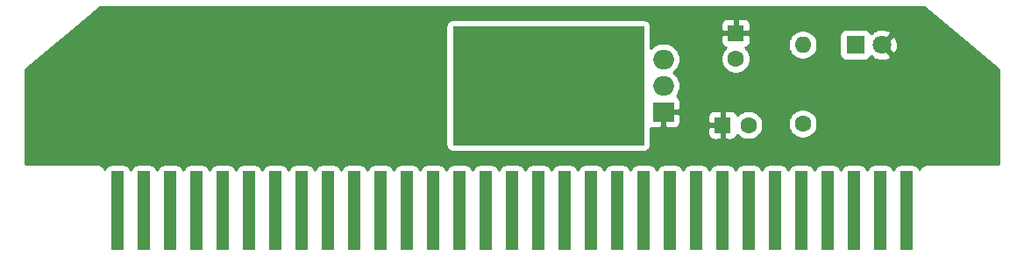
<source format=gbr>
%TF.GenerationSoftware,KiCad,Pcbnew,5.1.7*%
%TF.CreationDate,2020-11-23T18:03:56+01:00*%
%TF.ProjectId,voltage-blaster,766f6c74-6167-4652-9d62-6c6173746572,1.0*%
%TF.SameCoordinates,Original*%
%TF.FileFunction,Copper,L1,Top*%
%TF.FilePolarity,Positive*%
%FSLAX46Y46*%
G04 Gerber Fmt 4.6, Leading zero omitted, Abs format (unit mm)*
G04 Created by KiCad (PCBNEW 5.1.7) date 2020-11-23 18:03:56*
%MOMM*%
%LPD*%
G01*
G04 APERTURE LIST*
%TA.AperFunction,NonConductor*%
%ADD10C,0.100000*%
%TD*%
%TA.AperFunction,ConnectorPad*%
%ADD11R,1.270000X7.620000*%
%TD*%
%TA.AperFunction,ComponentPad*%
%ADD12O,2.000000X1.905000*%
%TD*%
%TA.AperFunction,ComponentPad*%
%ADD13R,2.000000X1.905000*%
%TD*%
%TA.AperFunction,ComponentPad*%
%ADD14C,1.600000*%
%TD*%
%TA.AperFunction,ComponentPad*%
%ADD15R,1.600000X1.600000*%
%TD*%
%TA.AperFunction,ComponentPad*%
%ADD16O,1.600000X1.600000*%
%TD*%
%TA.AperFunction,ComponentPad*%
%ADD17C,1.800000*%
%TD*%
%TA.AperFunction,ComponentPad*%
%ADD18R,1.800000X1.800000*%
%TD*%
%TA.AperFunction,Conductor*%
%ADD19C,0.254000*%
%TD*%
%TA.AperFunction,Conductor*%
%ADD20C,0.100000*%
%TD*%
G04 APERTURE END LIST*
D10*
G36*
X131445000Y-60960000D02*
G01*
X113030000Y-60960000D01*
X113030000Y-49530000D01*
X131445000Y-49530000D01*
X131445000Y-60960000D01*
G37*
X131445000Y-60960000D02*
X113030000Y-60960000D01*
X113030000Y-49530000D01*
X131445000Y-49530000D01*
X131445000Y-60960000D01*
D11*
%TO.P,J1,62*%
%TO.N,N/C*%
X80645000Y-67310000D03*
%TO.P,J1,61*%
X83185000Y-67310000D03*
%TO.P,J1,60*%
X85725000Y-67310000D03*
%TO.P,J1,59*%
X88265000Y-67310000D03*
%TO.P,J1,58*%
X90805000Y-67310000D03*
%TO.P,J1,57*%
X93345000Y-67310000D03*
%TO.P,J1,56*%
X95885000Y-67310000D03*
%TO.P,J1,55*%
X98425000Y-67310000D03*
%TO.P,J1,54*%
X100965000Y-67310000D03*
%TO.P,J1,53*%
X103505000Y-67310000D03*
%TO.P,J1,52*%
X106045000Y-67310000D03*
%TO.P,J1,51*%
X108585000Y-67310000D03*
%TO.P,J1,50*%
X111125000Y-67310000D03*
%TO.P,J1,49*%
X113665000Y-67310000D03*
%TO.P,J1,48*%
X116205000Y-67310000D03*
%TO.P,J1,47*%
X118745000Y-67310000D03*
%TO.P,J1,46*%
X121285000Y-67310000D03*
%TO.P,J1,45*%
X123825000Y-67310000D03*
%TO.P,J1,44*%
X126365000Y-67310000D03*
%TO.P,J1,43*%
X128905000Y-67310000D03*
%TO.P,J1,42*%
X131445000Y-67310000D03*
%TO.P,J1,41*%
X133985000Y-67310000D03*
%TO.P,J1,40*%
X136525000Y-67310000D03*
%TO.P,J1,39*%
X139065000Y-67310000D03*
%TO.P,J1,38*%
X141605000Y-67310000D03*
%TO.P,J1,37*%
X144145000Y-67310000D03*
%TO.P,J1,36*%
X146685000Y-67310000D03*
%TO.P,J1,35*%
X149225000Y-67310000D03*
%TO.P,J1,34*%
X151765000Y-67310000D03*
%TO.P,J1,33*%
X154305000Y-67310000D03*
%TO.P,J1,32*%
X156845000Y-67310000D03*
%TD*%
D12*
%TO.P,U1,3*%
%TO.N,Net-(C1-Pad2)*%
X133350000Y-52705000D03*
%TO.P,U1,2*%
%TO.N,Net-(C2-Pad2)*%
X133350000Y-55245000D03*
D13*
%TO.P,U1,1*%
%TO.N,GND*%
X133350000Y-57785000D03*
%TD*%
D14*
%TO.P,C2,2*%
%TO.N,Net-(C2-Pad2)*%
X141565000Y-59055000D03*
D15*
%TO.P,C2,1*%
%TO.N,GND*%
X139065000Y-59055000D03*
%TD*%
D14*
%TO.P,C1,2*%
%TO.N,Net-(C1-Pad2)*%
X140335000Y-52665000D03*
D15*
%TO.P,C1,1*%
%TO.N,GND*%
X140335000Y-50165000D03*
%TD*%
D16*
%TO.P,R1,2*%
%TO.N,Net-(D1-Pad1)*%
X146812000Y-51308000D03*
D14*
%TO.P,R1,1*%
%TO.N,Net-(C1-Pad2)*%
X146812000Y-58928000D03*
%TD*%
D17*
%TO.P,D1,2*%
%TO.N,GND*%
X154432000Y-51308000D03*
D18*
%TO.P,D1,1*%
%TO.N,Net-(D1-Pad1)*%
X151892000Y-51308000D03*
%TD*%
D19*
%TO.N,GND*%
X165710001Y-53649128D02*
X165710000Y-62840000D01*
X158782419Y-62840000D01*
X158750000Y-62836807D01*
X158717581Y-62840000D01*
X158620617Y-62849550D01*
X158496207Y-62887290D01*
X158381550Y-62948575D01*
X158281052Y-63031052D01*
X158198575Y-63131550D01*
X158137290Y-63246207D01*
X158101938Y-63362746D01*
X158069502Y-63255820D01*
X158010537Y-63145506D01*
X157931185Y-63048815D01*
X157834494Y-62969463D01*
X157724180Y-62910498D01*
X157604482Y-62874188D01*
X157480000Y-62861928D01*
X156210000Y-62861928D01*
X156085518Y-62874188D01*
X155965820Y-62910498D01*
X155855506Y-62969463D01*
X155758815Y-63048815D01*
X155679463Y-63145506D01*
X155620498Y-63255820D01*
X155584952Y-63373000D01*
X155565048Y-63373000D01*
X155529502Y-63255820D01*
X155470537Y-63145506D01*
X155391185Y-63048815D01*
X155294494Y-62969463D01*
X155184180Y-62910498D01*
X155064482Y-62874188D01*
X154940000Y-62861928D01*
X153670000Y-62861928D01*
X153545518Y-62874188D01*
X153425820Y-62910498D01*
X153315506Y-62969463D01*
X153218815Y-63048815D01*
X153139463Y-63145506D01*
X153080498Y-63255820D01*
X153044952Y-63373000D01*
X153025048Y-63373000D01*
X152989502Y-63255820D01*
X152930537Y-63145506D01*
X152851185Y-63048815D01*
X152754494Y-62969463D01*
X152644180Y-62910498D01*
X152524482Y-62874188D01*
X152400000Y-62861928D01*
X151130000Y-62861928D01*
X151005518Y-62874188D01*
X150885820Y-62910498D01*
X150775506Y-62969463D01*
X150678815Y-63048815D01*
X150599463Y-63145506D01*
X150540498Y-63255820D01*
X150504952Y-63373000D01*
X150485048Y-63373000D01*
X150449502Y-63255820D01*
X150390537Y-63145506D01*
X150311185Y-63048815D01*
X150214494Y-62969463D01*
X150104180Y-62910498D01*
X149984482Y-62874188D01*
X149860000Y-62861928D01*
X148590000Y-62861928D01*
X148465518Y-62874188D01*
X148345820Y-62910498D01*
X148235506Y-62969463D01*
X148138815Y-63048815D01*
X148059463Y-63145506D01*
X148000498Y-63255820D01*
X147964952Y-63373000D01*
X147945048Y-63373000D01*
X147909502Y-63255820D01*
X147850537Y-63145506D01*
X147771185Y-63048815D01*
X147674494Y-62969463D01*
X147564180Y-62910498D01*
X147444482Y-62874188D01*
X147320000Y-62861928D01*
X146050000Y-62861928D01*
X145925518Y-62874188D01*
X145805820Y-62910498D01*
X145695506Y-62969463D01*
X145598815Y-63048815D01*
X145519463Y-63145506D01*
X145460498Y-63255820D01*
X145424952Y-63373000D01*
X145405048Y-63373000D01*
X145369502Y-63255820D01*
X145310537Y-63145506D01*
X145231185Y-63048815D01*
X145134494Y-62969463D01*
X145024180Y-62910498D01*
X144904482Y-62874188D01*
X144780000Y-62861928D01*
X143510000Y-62861928D01*
X143385518Y-62874188D01*
X143265820Y-62910498D01*
X143155506Y-62969463D01*
X143058815Y-63048815D01*
X142979463Y-63145506D01*
X142920498Y-63255820D01*
X142884952Y-63373000D01*
X142865048Y-63373000D01*
X142829502Y-63255820D01*
X142770537Y-63145506D01*
X142691185Y-63048815D01*
X142594494Y-62969463D01*
X142484180Y-62910498D01*
X142364482Y-62874188D01*
X142240000Y-62861928D01*
X140970000Y-62861928D01*
X140845518Y-62874188D01*
X140725820Y-62910498D01*
X140615506Y-62969463D01*
X140518815Y-63048815D01*
X140439463Y-63145506D01*
X140380498Y-63255820D01*
X140344952Y-63373000D01*
X140325048Y-63373000D01*
X140289502Y-63255820D01*
X140230537Y-63145506D01*
X140151185Y-63048815D01*
X140054494Y-62969463D01*
X139944180Y-62910498D01*
X139824482Y-62874188D01*
X139700000Y-62861928D01*
X138430000Y-62861928D01*
X138305518Y-62874188D01*
X138185820Y-62910498D01*
X138075506Y-62969463D01*
X137978815Y-63048815D01*
X137899463Y-63145506D01*
X137840498Y-63255820D01*
X137804952Y-63373000D01*
X137785048Y-63373000D01*
X137749502Y-63255820D01*
X137690537Y-63145506D01*
X137611185Y-63048815D01*
X137514494Y-62969463D01*
X137404180Y-62910498D01*
X137284482Y-62874188D01*
X137160000Y-62861928D01*
X135890000Y-62861928D01*
X135765518Y-62874188D01*
X135645820Y-62910498D01*
X135535506Y-62969463D01*
X135438815Y-63048815D01*
X135359463Y-63145506D01*
X135300498Y-63255820D01*
X135264952Y-63373000D01*
X135245048Y-63373000D01*
X135209502Y-63255820D01*
X135150537Y-63145506D01*
X135071185Y-63048815D01*
X134974494Y-62969463D01*
X134864180Y-62910498D01*
X134744482Y-62874188D01*
X134620000Y-62861928D01*
X133350000Y-62861928D01*
X133225518Y-62874188D01*
X133105820Y-62910498D01*
X132995506Y-62969463D01*
X132898815Y-63048815D01*
X132819463Y-63145506D01*
X132760498Y-63255820D01*
X132724952Y-63373000D01*
X132705048Y-63373000D01*
X132669502Y-63255820D01*
X132610537Y-63145506D01*
X132531185Y-63048815D01*
X132434494Y-62969463D01*
X132324180Y-62910498D01*
X132204482Y-62874188D01*
X132080000Y-62861928D01*
X130810000Y-62861928D01*
X130685518Y-62874188D01*
X130565820Y-62910498D01*
X130455506Y-62969463D01*
X130358815Y-63048815D01*
X130279463Y-63145506D01*
X130220498Y-63255820D01*
X130184952Y-63373000D01*
X130165048Y-63373000D01*
X130129502Y-63255820D01*
X130070537Y-63145506D01*
X129991185Y-63048815D01*
X129894494Y-62969463D01*
X129784180Y-62910498D01*
X129664482Y-62874188D01*
X129540000Y-62861928D01*
X128270000Y-62861928D01*
X128145518Y-62874188D01*
X128025820Y-62910498D01*
X127915506Y-62969463D01*
X127818815Y-63048815D01*
X127739463Y-63145506D01*
X127680498Y-63255820D01*
X127644952Y-63373000D01*
X127625048Y-63373000D01*
X127589502Y-63255820D01*
X127530537Y-63145506D01*
X127451185Y-63048815D01*
X127354494Y-62969463D01*
X127244180Y-62910498D01*
X127124482Y-62874188D01*
X127000000Y-62861928D01*
X125730000Y-62861928D01*
X125605518Y-62874188D01*
X125485820Y-62910498D01*
X125375506Y-62969463D01*
X125278815Y-63048815D01*
X125199463Y-63145506D01*
X125140498Y-63255820D01*
X125104952Y-63373000D01*
X125085048Y-63373000D01*
X125049502Y-63255820D01*
X124990537Y-63145506D01*
X124911185Y-63048815D01*
X124814494Y-62969463D01*
X124704180Y-62910498D01*
X124584482Y-62874188D01*
X124460000Y-62861928D01*
X123190000Y-62861928D01*
X123065518Y-62874188D01*
X122945820Y-62910498D01*
X122835506Y-62969463D01*
X122738815Y-63048815D01*
X122659463Y-63145506D01*
X122600498Y-63255820D01*
X122564952Y-63373000D01*
X122545048Y-63373000D01*
X122509502Y-63255820D01*
X122450537Y-63145506D01*
X122371185Y-63048815D01*
X122274494Y-62969463D01*
X122164180Y-62910498D01*
X122044482Y-62874188D01*
X121920000Y-62861928D01*
X120650000Y-62861928D01*
X120525518Y-62874188D01*
X120405820Y-62910498D01*
X120295506Y-62969463D01*
X120198815Y-63048815D01*
X120119463Y-63145506D01*
X120060498Y-63255820D01*
X120024952Y-63373000D01*
X120005048Y-63373000D01*
X119969502Y-63255820D01*
X119910537Y-63145506D01*
X119831185Y-63048815D01*
X119734494Y-62969463D01*
X119624180Y-62910498D01*
X119504482Y-62874188D01*
X119380000Y-62861928D01*
X118110000Y-62861928D01*
X117985518Y-62874188D01*
X117865820Y-62910498D01*
X117755506Y-62969463D01*
X117658815Y-63048815D01*
X117579463Y-63145506D01*
X117520498Y-63255820D01*
X117484952Y-63373000D01*
X117465048Y-63373000D01*
X117429502Y-63255820D01*
X117370537Y-63145506D01*
X117291185Y-63048815D01*
X117194494Y-62969463D01*
X117084180Y-62910498D01*
X116964482Y-62874188D01*
X116840000Y-62861928D01*
X115570000Y-62861928D01*
X115445518Y-62874188D01*
X115325820Y-62910498D01*
X115215506Y-62969463D01*
X115118815Y-63048815D01*
X115039463Y-63145506D01*
X114980498Y-63255820D01*
X114944952Y-63373000D01*
X114925048Y-63373000D01*
X114889502Y-63255820D01*
X114830537Y-63145506D01*
X114751185Y-63048815D01*
X114654494Y-62969463D01*
X114544180Y-62910498D01*
X114424482Y-62874188D01*
X114300000Y-62861928D01*
X113030000Y-62861928D01*
X112905518Y-62874188D01*
X112785820Y-62910498D01*
X112675506Y-62969463D01*
X112578815Y-63048815D01*
X112499463Y-63145506D01*
X112440498Y-63255820D01*
X112404952Y-63373000D01*
X112385048Y-63373000D01*
X112349502Y-63255820D01*
X112290537Y-63145506D01*
X112211185Y-63048815D01*
X112114494Y-62969463D01*
X112004180Y-62910498D01*
X111884482Y-62874188D01*
X111760000Y-62861928D01*
X110490000Y-62861928D01*
X110365518Y-62874188D01*
X110245820Y-62910498D01*
X110135506Y-62969463D01*
X110038815Y-63048815D01*
X109959463Y-63145506D01*
X109900498Y-63255820D01*
X109864952Y-63373000D01*
X109845048Y-63373000D01*
X109809502Y-63255820D01*
X109750537Y-63145506D01*
X109671185Y-63048815D01*
X109574494Y-62969463D01*
X109464180Y-62910498D01*
X109344482Y-62874188D01*
X109220000Y-62861928D01*
X107950000Y-62861928D01*
X107825518Y-62874188D01*
X107705820Y-62910498D01*
X107595506Y-62969463D01*
X107498815Y-63048815D01*
X107419463Y-63145506D01*
X107360498Y-63255820D01*
X107324952Y-63373000D01*
X107305048Y-63373000D01*
X107269502Y-63255820D01*
X107210537Y-63145506D01*
X107131185Y-63048815D01*
X107034494Y-62969463D01*
X106924180Y-62910498D01*
X106804482Y-62874188D01*
X106680000Y-62861928D01*
X105410000Y-62861928D01*
X105285518Y-62874188D01*
X105165820Y-62910498D01*
X105055506Y-62969463D01*
X104958815Y-63048815D01*
X104879463Y-63145506D01*
X104820498Y-63255820D01*
X104784952Y-63373000D01*
X104765048Y-63373000D01*
X104729502Y-63255820D01*
X104670537Y-63145506D01*
X104591185Y-63048815D01*
X104494494Y-62969463D01*
X104384180Y-62910498D01*
X104264482Y-62874188D01*
X104140000Y-62861928D01*
X102870000Y-62861928D01*
X102745518Y-62874188D01*
X102625820Y-62910498D01*
X102515506Y-62969463D01*
X102418815Y-63048815D01*
X102339463Y-63145506D01*
X102280498Y-63255820D01*
X102244952Y-63373000D01*
X102225048Y-63373000D01*
X102189502Y-63255820D01*
X102130537Y-63145506D01*
X102051185Y-63048815D01*
X101954494Y-62969463D01*
X101844180Y-62910498D01*
X101724482Y-62874188D01*
X101600000Y-62861928D01*
X100330000Y-62861928D01*
X100205518Y-62874188D01*
X100085820Y-62910498D01*
X99975506Y-62969463D01*
X99878815Y-63048815D01*
X99799463Y-63145506D01*
X99740498Y-63255820D01*
X99704952Y-63373000D01*
X99685048Y-63373000D01*
X99649502Y-63255820D01*
X99590537Y-63145506D01*
X99511185Y-63048815D01*
X99414494Y-62969463D01*
X99304180Y-62910498D01*
X99184482Y-62874188D01*
X99060000Y-62861928D01*
X97790000Y-62861928D01*
X97665518Y-62874188D01*
X97545820Y-62910498D01*
X97435506Y-62969463D01*
X97338815Y-63048815D01*
X97259463Y-63145506D01*
X97200498Y-63255820D01*
X97164952Y-63373000D01*
X97145048Y-63373000D01*
X97109502Y-63255820D01*
X97050537Y-63145506D01*
X96971185Y-63048815D01*
X96874494Y-62969463D01*
X96764180Y-62910498D01*
X96644482Y-62874188D01*
X96520000Y-62861928D01*
X95250000Y-62861928D01*
X95125518Y-62874188D01*
X95005820Y-62910498D01*
X94895506Y-62969463D01*
X94798815Y-63048815D01*
X94719463Y-63145506D01*
X94660498Y-63255820D01*
X94624952Y-63373000D01*
X94605048Y-63373000D01*
X94569502Y-63255820D01*
X94510537Y-63145506D01*
X94431185Y-63048815D01*
X94334494Y-62969463D01*
X94224180Y-62910498D01*
X94104482Y-62874188D01*
X93980000Y-62861928D01*
X92710000Y-62861928D01*
X92585518Y-62874188D01*
X92465820Y-62910498D01*
X92355506Y-62969463D01*
X92258815Y-63048815D01*
X92179463Y-63145506D01*
X92120498Y-63255820D01*
X92084952Y-63373000D01*
X92065048Y-63373000D01*
X92029502Y-63255820D01*
X91970537Y-63145506D01*
X91891185Y-63048815D01*
X91794494Y-62969463D01*
X91684180Y-62910498D01*
X91564482Y-62874188D01*
X91440000Y-62861928D01*
X90170000Y-62861928D01*
X90045518Y-62874188D01*
X89925820Y-62910498D01*
X89815506Y-62969463D01*
X89718815Y-63048815D01*
X89639463Y-63145506D01*
X89580498Y-63255820D01*
X89544952Y-63373000D01*
X89525048Y-63373000D01*
X89489502Y-63255820D01*
X89430537Y-63145506D01*
X89351185Y-63048815D01*
X89254494Y-62969463D01*
X89144180Y-62910498D01*
X89024482Y-62874188D01*
X88900000Y-62861928D01*
X87630000Y-62861928D01*
X87505518Y-62874188D01*
X87385820Y-62910498D01*
X87275506Y-62969463D01*
X87178815Y-63048815D01*
X87099463Y-63145506D01*
X87040498Y-63255820D01*
X87004952Y-63373000D01*
X86985048Y-63373000D01*
X86949502Y-63255820D01*
X86890537Y-63145506D01*
X86811185Y-63048815D01*
X86714494Y-62969463D01*
X86604180Y-62910498D01*
X86484482Y-62874188D01*
X86360000Y-62861928D01*
X85090000Y-62861928D01*
X84965518Y-62874188D01*
X84845820Y-62910498D01*
X84735506Y-62969463D01*
X84638815Y-63048815D01*
X84559463Y-63145506D01*
X84500498Y-63255820D01*
X84464952Y-63373000D01*
X84445048Y-63373000D01*
X84409502Y-63255820D01*
X84350537Y-63145506D01*
X84271185Y-63048815D01*
X84174494Y-62969463D01*
X84064180Y-62910498D01*
X83944482Y-62874188D01*
X83820000Y-62861928D01*
X82550000Y-62861928D01*
X82425518Y-62874188D01*
X82305820Y-62910498D01*
X82195506Y-62969463D01*
X82098815Y-63048815D01*
X82019463Y-63145506D01*
X81960498Y-63255820D01*
X81924952Y-63373000D01*
X81905048Y-63373000D01*
X81869502Y-63255820D01*
X81810537Y-63145506D01*
X81731185Y-63048815D01*
X81634494Y-62969463D01*
X81524180Y-62910498D01*
X81404482Y-62874188D01*
X81280000Y-62861928D01*
X80010000Y-62861928D01*
X79885518Y-62874188D01*
X79765820Y-62910498D01*
X79655506Y-62969463D01*
X79558815Y-63048815D01*
X79479463Y-63145506D01*
X79420498Y-63255820D01*
X79388062Y-63362746D01*
X79352710Y-63246207D01*
X79291425Y-63131550D01*
X79208948Y-63031052D01*
X79108450Y-62948575D01*
X78993793Y-62887290D01*
X78869383Y-62849550D01*
X78772419Y-62840000D01*
X78740000Y-62836807D01*
X78707581Y-62840000D01*
X71780000Y-62840000D01*
X71780000Y-53649127D01*
X76722952Y-49530000D01*
X112345000Y-49530000D01*
X112345000Y-60960000D01*
X112351290Y-61024145D01*
X112357133Y-61088356D01*
X112357812Y-61090662D01*
X112358046Y-61093051D01*
X112376666Y-61154723D01*
X112394879Y-61216606D01*
X112395992Y-61218736D01*
X112396686Y-61221033D01*
X112426916Y-61277886D01*
X112456816Y-61335081D01*
X112458323Y-61336955D01*
X112459449Y-61339073D01*
X112500157Y-61388986D01*
X112540586Y-61439269D01*
X112542427Y-61440813D01*
X112543944Y-61442674D01*
X112593616Y-61483766D01*
X112642998Y-61525203D01*
X112645102Y-61526360D01*
X112646953Y-61527891D01*
X112703639Y-61558541D01*
X112760150Y-61589608D01*
X112762442Y-61590335D01*
X112764552Y-61591476D01*
X112826084Y-61610524D01*
X112887580Y-61630031D01*
X112889968Y-61630299D01*
X112892262Y-61631009D01*
X112956366Y-61637746D01*
X113020436Y-61644933D01*
X113025050Y-61644965D01*
X113025218Y-61644983D01*
X113025386Y-61644968D01*
X113030000Y-61645000D01*
X131445000Y-61645000D01*
X131509145Y-61638710D01*
X131573356Y-61632867D01*
X131575662Y-61632188D01*
X131578051Y-61631954D01*
X131639723Y-61613334D01*
X131701606Y-61595121D01*
X131703736Y-61594008D01*
X131706033Y-61593314D01*
X131762886Y-61563084D01*
X131820081Y-61533184D01*
X131821955Y-61531677D01*
X131824073Y-61530551D01*
X131873986Y-61489843D01*
X131924269Y-61449414D01*
X131925813Y-61447573D01*
X131927674Y-61446056D01*
X131968766Y-61396384D01*
X132010203Y-61347002D01*
X132011360Y-61344898D01*
X132012891Y-61343047D01*
X132043541Y-61286361D01*
X132074608Y-61229850D01*
X132075335Y-61227558D01*
X132076476Y-61225448D01*
X132095524Y-61163916D01*
X132115031Y-61102420D01*
X132115299Y-61100032D01*
X132116009Y-61097738D01*
X132122746Y-61033634D01*
X132129933Y-60969564D01*
X132129965Y-60964950D01*
X132129983Y-60964782D01*
X132129968Y-60964614D01*
X132130000Y-60960000D01*
X132130000Y-59855000D01*
X137626928Y-59855000D01*
X137639188Y-59979482D01*
X137675498Y-60099180D01*
X137734463Y-60209494D01*
X137813815Y-60306185D01*
X137910506Y-60385537D01*
X138020820Y-60444502D01*
X138140518Y-60480812D01*
X138265000Y-60493072D01*
X138779250Y-60490000D01*
X138938000Y-60331250D01*
X138938000Y-59182000D01*
X137788750Y-59182000D01*
X137630000Y-59340750D01*
X137626928Y-59855000D01*
X132130000Y-59855000D01*
X132130000Y-59334337D01*
X132225518Y-59363312D01*
X132350000Y-59375572D01*
X133064250Y-59372500D01*
X133223000Y-59213750D01*
X133223000Y-57912000D01*
X133477000Y-57912000D01*
X133477000Y-59213750D01*
X133635750Y-59372500D01*
X134350000Y-59375572D01*
X134474482Y-59363312D01*
X134594180Y-59327002D01*
X134704494Y-59268037D01*
X134801185Y-59188685D01*
X134880537Y-59091994D01*
X134939502Y-58981680D01*
X134975812Y-58861982D01*
X134988072Y-58737500D01*
X134985849Y-58255000D01*
X137626928Y-58255000D01*
X137630000Y-58769250D01*
X137788750Y-58928000D01*
X138938000Y-58928000D01*
X138938000Y-57778750D01*
X139192000Y-57778750D01*
X139192000Y-58928000D01*
X139212000Y-58928000D01*
X139212000Y-59182000D01*
X139192000Y-59182000D01*
X139192000Y-60331250D01*
X139350750Y-60490000D01*
X139865000Y-60493072D01*
X139989482Y-60480812D01*
X140109180Y-60444502D01*
X140219494Y-60385537D01*
X140316185Y-60306185D01*
X140395537Y-60209494D01*
X140454502Y-60099180D01*
X140483661Y-60003057D01*
X140650241Y-60169637D01*
X140885273Y-60326680D01*
X141146426Y-60434853D01*
X141423665Y-60490000D01*
X141706335Y-60490000D01*
X141983574Y-60434853D01*
X142244727Y-60326680D01*
X142479759Y-60169637D01*
X142679637Y-59969759D01*
X142836680Y-59734727D01*
X142944853Y-59473574D01*
X143000000Y-59196335D01*
X143000000Y-58913665D01*
X142974738Y-58786665D01*
X145377000Y-58786665D01*
X145377000Y-59069335D01*
X145432147Y-59346574D01*
X145540320Y-59607727D01*
X145697363Y-59842759D01*
X145897241Y-60042637D01*
X146132273Y-60199680D01*
X146393426Y-60307853D01*
X146670665Y-60363000D01*
X146953335Y-60363000D01*
X147230574Y-60307853D01*
X147491727Y-60199680D01*
X147726759Y-60042637D01*
X147926637Y-59842759D01*
X148083680Y-59607727D01*
X148191853Y-59346574D01*
X148247000Y-59069335D01*
X148247000Y-58786665D01*
X148191853Y-58509426D01*
X148083680Y-58248273D01*
X147926637Y-58013241D01*
X147726759Y-57813363D01*
X147491727Y-57656320D01*
X147230574Y-57548147D01*
X146953335Y-57493000D01*
X146670665Y-57493000D01*
X146393426Y-57548147D01*
X146132273Y-57656320D01*
X145897241Y-57813363D01*
X145697363Y-58013241D01*
X145540320Y-58248273D01*
X145432147Y-58509426D01*
X145377000Y-58786665D01*
X142974738Y-58786665D01*
X142944853Y-58636426D01*
X142836680Y-58375273D01*
X142679637Y-58140241D01*
X142479759Y-57940363D01*
X142244727Y-57783320D01*
X141983574Y-57675147D01*
X141706335Y-57620000D01*
X141423665Y-57620000D01*
X141146426Y-57675147D01*
X140885273Y-57783320D01*
X140650241Y-57940363D01*
X140483661Y-58106943D01*
X140454502Y-58010820D01*
X140395537Y-57900506D01*
X140316185Y-57803815D01*
X140219494Y-57724463D01*
X140109180Y-57665498D01*
X139989482Y-57629188D01*
X139865000Y-57616928D01*
X139350750Y-57620000D01*
X139192000Y-57778750D01*
X138938000Y-57778750D01*
X138779250Y-57620000D01*
X138265000Y-57616928D01*
X138140518Y-57629188D01*
X138020820Y-57665498D01*
X137910506Y-57724463D01*
X137813815Y-57803815D01*
X137734463Y-57900506D01*
X137675498Y-58010820D01*
X137639188Y-58130518D01*
X137626928Y-58255000D01*
X134985849Y-58255000D01*
X134985000Y-58070750D01*
X134826250Y-57912000D01*
X133477000Y-57912000D01*
X133223000Y-57912000D01*
X133203000Y-57912000D01*
X133203000Y-57658000D01*
X133223000Y-57658000D01*
X133223000Y-57638000D01*
X133477000Y-57638000D01*
X133477000Y-57658000D01*
X134826250Y-57658000D01*
X134985000Y-57499250D01*
X134988072Y-56832500D01*
X134975812Y-56708018D01*
X134939502Y-56588320D01*
X134880537Y-56478006D01*
X134801185Y-56381315D01*
X134704494Y-56301963D01*
X134620554Y-56257095D01*
X134723845Y-56131235D01*
X134871255Y-55855449D01*
X134962030Y-55556204D01*
X134992681Y-55245000D01*
X134962030Y-54933796D01*
X134871255Y-54634551D01*
X134723845Y-54358765D01*
X134525463Y-54117037D01*
X134352391Y-53975000D01*
X134525463Y-53832963D01*
X134723845Y-53591235D01*
X134871255Y-53315449D01*
X134962030Y-53016204D01*
X134992681Y-52705000D01*
X134962030Y-52393796D01*
X134871255Y-52094551D01*
X134723845Y-51818765D01*
X134525463Y-51577037D01*
X134283735Y-51378655D01*
X134007949Y-51231245D01*
X133708704Y-51140470D01*
X133475486Y-51117500D01*
X133224514Y-51117500D01*
X132991296Y-51140470D01*
X132692051Y-51231245D01*
X132416265Y-51378655D01*
X132174537Y-51577037D01*
X132130000Y-51631305D01*
X132130000Y-50965000D01*
X138896928Y-50965000D01*
X138909188Y-51089482D01*
X138945498Y-51209180D01*
X139004463Y-51319494D01*
X139083815Y-51416185D01*
X139180506Y-51495537D01*
X139290820Y-51554502D01*
X139386943Y-51583661D01*
X139220363Y-51750241D01*
X139063320Y-51985273D01*
X138955147Y-52246426D01*
X138900000Y-52523665D01*
X138900000Y-52806335D01*
X138955147Y-53083574D01*
X139063320Y-53344727D01*
X139220363Y-53579759D01*
X139420241Y-53779637D01*
X139655273Y-53936680D01*
X139916426Y-54044853D01*
X140193665Y-54100000D01*
X140476335Y-54100000D01*
X140753574Y-54044853D01*
X141014727Y-53936680D01*
X141249759Y-53779637D01*
X141449637Y-53579759D01*
X141606680Y-53344727D01*
X141714853Y-53083574D01*
X141770000Y-52806335D01*
X141770000Y-52523665D01*
X141714853Y-52246426D01*
X141606680Y-51985273D01*
X141449637Y-51750241D01*
X141283057Y-51583661D01*
X141379180Y-51554502D01*
X141489494Y-51495537D01*
X141586185Y-51416185D01*
X141665537Y-51319494D01*
X141724502Y-51209180D01*
X141737398Y-51166665D01*
X145377000Y-51166665D01*
X145377000Y-51449335D01*
X145432147Y-51726574D01*
X145540320Y-51987727D01*
X145697363Y-52222759D01*
X145897241Y-52422637D01*
X146132273Y-52579680D01*
X146393426Y-52687853D01*
X146670665Y-52743000D01*
X146953335Y-52743000D01*
X147230574Y-52687853D01*
X147491727Y-52579680D01*
X147726759Y-52422637D01*
X147926637Y-52222759D01*
X148083680Y-51987727D01*
X148191853Y-51726574D01*
X148247000Y-51449335D01*
X148247000Y-51166665D01*
X148191853Y-50889426D01*
X148083680Y-50628273D01*
X147936499Y-50408000D01*
X150353928Y-50408000D01*
X150353928Y-52208000D01*
X150366188Y-52332482D01*
X150402498Y-52452180D01*
X150461463Y-52562494D01*
X150540815Y-52659185D01*
X150637506Y-52738537D01*
X150747820Y-52797502D01*
X150867518Y-52833812D01*
X150992000Y-52846072D01*
X152792000Y-52846072D01*
X152916482Y-52833812D01*
X153036180Y-52797502D01*
X153146494Y-52738537D01*
X153243185Y-52659185D01*
X153322537Y-52562494D01*
X153381502Y-52452180D01*
X153384813Y-52441265D01*
X153431578Y-52488030D01*
X153547526Y-52372082D01*
X153631208Y-52626261D01*
X153903775Y-52757158D01*
X154196642Y-52832365D01*
X154498553Y-52848991D01*
X154797907Y-52806397D01*
X155083199Y-52706222D01*
X155232792Y-52626261D01*
X155316475Y-52372080D01*
X154432000Y-51487605D01*
X154417858Y-51501748D01*
X154238253Y-51322143D01*
X154252395Y-51308000D01*
X154611605Y-51308000D01*
X155496080Y-52192475D01*
X155750261Y-52108792D01*
X155881158Y-51836225D01*
X155956365Y-51543358D01*
X155972991Y-51241447D01*
X155930397Y-50942093D01*
X155830222Y-50656801D01*
X155750261Y-50507208D01*
X155496080Y-50423525D01*
X154611605Y-51308000D01*
X154252395Y-51308000D01*
X154238253Y-51293858D01*
X154417858Y-51114253D01*
X154432000Y-51128395D01*
X155316475Y-50243920D01*
X155232792Y-49989739D01*
X154960225Y-49858842D01*
X154667358Y-49783635D01*
X154365447Y-49767009D01*
X154066093Y-49809603D01*
X153780801Y-49909778D01*
X153631208Y-49989739D01*
X153547526Y-50243918D01*
X153431578Y-50127970D01*
X153384813Y-50174735D01*
X153381502Y-50163820D01*
X153322537Y-50053506D01*
X153243185Y-49956815D01*
X153146494Y-49877463D01*
X153036180Y-49818498D01*
X152916482Y-49782188D01*
X152792000Y-49769928D01*
X150992000Y-49769928D01*
X150867518Y-49782188D01*
X150747820Y-49818498D01*
X150637506Y-49877463D01*
X150540815Y-49956815D01*
X150461463Y-50053506D01*
X150402498Y-50163820D01*
X150366188Y-50283518D01*
X150353928Y-50408000D01*
X147936499Y-50408000D01*
X147926637Y-50393241D01*
X147726759Y-50193363D01*
X147491727Y-50036320D01*
X147230574Y-49928147D01*
X146953335Y-49873000D01*
X146670665Y-49873000D01*
X146393426Y-49928147D01*
X146132273Y-50036320D01*
X145897241Y-50193363D01*
X145697363Y-50393241D01*
X145540320Y-50628273D01*
X145432147Y-50889426D01*
X145377000Y-51166665D01*
X141737398Y-51166665D01*
X141760812Y-51089482D01*
X141773072Y-50965000D01*
X141770000Y-50450750D01*
X141611250Y-50292000D01*
X140462000Y-50292000D01*
X140462000Y-50312000D01*
X140208000Y-50312000D01*
X140208000Y-50292000D01*
X139058750Y-50292000D01*
X138900000Y-50450750D01*
X138896928Y-50965000D01*
X132130000Y-50965000D01*
X132130000Y-49530000D01*
X132123710Y-49465855D01*
X132117867Y-49401644D01*
X132117188Y-49399338D01*
X132116954Y-49396949D01*
X132107308Y-49365000D01*
X138896928Y-49365000D01*
X138900000Y-49879250D01*
X139058750Y-50038000D01*
X140208000Y-50038000D01*
X140208000Y-48888750D01*
X140462000Y-48888750D01*
X140462000Y-50038000D01*
X141611250Y-50038000D01*
X141770000Y-49879250D01*
X141773072Y-49365000D01*
X141760812Y-49240518D01*
X141724502Y-49120820D01*
X141665537Y-49010506D01*
X141586185Y-48913815D01*
X141489494Y-48834463D01*
X141379180Y-48775498D01*
X141259482Y-48739188D01*
X141135000Y-48726928D01*
X140620750Y-48730000D01*
X140462000Y-48888750D01*
X140208000Y-48888750D01*
X140049250Y-48730000D01*
X139535000Y-48726928D01*
X139410518Y-48739188D01*
X139290820Y-48775498D01*
X139180506Y-48834463D01*
X139083815Y-48913815D01*
X139004463Y-49010506D01*
X138945498Y-49120820D01*
X138909188Y-49240518D01*
X138896928Y-49365000D01*
X132107308Y-49365000D01*
X132098334Y-49335277D01*
X132080121Y-49273394D01*
X132079008Y-49271264D01*
X132078314Y-49268967D01*
X132048084Y-49212114D01*
X132018184Y-49154919D01*
X132016677Y-49153045D01*
X132015551Y-49150927D01*
X131974843Y-49101014D01*
X131934414Y-49050731D01*
X131932573Y-49049187D01*
X131931056Y-49047326D01*
X131881384Y-49006234D01*
X131832002Y-48964797D01*
X131829898Y-48963640D01*
X131828047Y-48962109D01*
X131771361Y-48931459D01*
X131714850Y-48900392D01*
X131712558Y-48899665D01*
X131710448Y-48898524D01*
X131648916Y-48879476D01*
X131587420Y-48859969D01*
X131585032Y-48859701D01*
X131582738Y-48858991D01*
X131518634Y-48852254D01*
X131454564Y-48845067D01*
X131449950Y-48845035D01*
X131449782Y-48845017D01*
X131449614Y-48845032D01*
X131445000Y-48845000D01*
X113030000Y-48845000D01*
X112965855Y-48851290D01*
X112901644Y-48857133D01*
X112899338Y-48857812D01*
X112896949Y-48858046D01*
X112835277Y-48876666D01*
X112773394Y-48894879D01*
X112771264Y-48895992D01*
X112768967Y-48896686D01*
X112712114Y-48926916D01*
X112654919Y-48956816D01*
X112653045Y-48958323D01*
X112650927Y-48959449D01*
X112601014Y-49000157D01*
X112550731Y-49040586D01*
X112549187Y-49042427D01*
X112547326Y-49043944D01*
X112506234Y-49093616D01*
X112464797Y-49142998D01*
X112463640Y-49145102D01*
X112462109Y-49146953D01*
X112431459Y-49203639D01*
X112400392Y-49260150D01*
X112399665Y-49262442D01*
X112398524Y-49264552D01*
X112379476Y-49326084D01*
X112359969Y-49387580D01*
X112359701Y-49389968D01*
X112358991Y-49392262D01*
X112352254Y-49456366D01*
X112345067Y-49520436D01*
X112345035Y-49525050D01*
X112345017Y-49525218D01*
X112345032Y-49525386D01*
X112345000Y-49530000D01*
X76722952Y-49530000D01*
X78978952Y-47650000D01*
X158511049Y-47650000D01*
X165710001Y-53649128D01*
%TA.AperFunction,Conductor*%
D20*
G36*
X165710001Y-53649128D02*
G01*
X165710000Y-62840000D01*
X158782419Y-62840000D01*
X158750000Y-62836807D01*
X158717581Y-62840000D01*
X158620617Y-62849550D01*
X158496207Y-62887290D01*
X158381550Y-62948575D01*
X158281052Y-63031052D01*
X158198575Y-63131550D01*
X158137290Y-63246207D01*
X158101938Y-63362746D01*
X158069502Y-63255820D01*
X158010537Y-63145506D01*
X157931185Y-63048815D01*
X157834494Y-62969463D01*
X157724180Y-62910498D01*
X157604482Y-62874188D01*
X157480000Y-62861928D01*
X156210000Y-62861928D01*
X156085518Y-62874188D01*
X155965820Y-62910498D01*
X155855506Y-62969463D01*
X155758815Y-63048815D01*
X155679463Y-63145506D01*
X155620498Y-63255820D01*
X155584952Y-63373000D01*
X155565048Y-63373000D01*
X155529502Y-63255820D01*
X155470537Y-63145506D01*
X155391185Y-63048815D01*
X155294494Y-62969463D01*
X155184180Y-62910498D01*
X155064482Y-62874188D01*
X154940000Y-62861928D01*
X153670000Y-62861928D01*
X153545518Y-62874188D01*
X153425820Y-62910498D01*
X153315506Y-62969463D01*
X153218815Y-63048815D01*
X153139463Y-63145506D01*
X153080498Y-63255820D01*
X153044952Y-63373000D01*
X153025048Y-63373000D01*
X152989502Y-63255820D01*
X152930537Y-63145506D01*
X152851185Y-63048815D01*
X152754494Y-62969463D01*
X152644180Y-62910498D01*
X152524482Y-62874188D01*
X152400000Y-62861928D01*
X151130000Y-62861928D01*
X151005518Y-62874188D01*
X150885820Y-62910498D01*
X150775506Y-62969463D01*
X150678815Y-63048815D01*
X150599463Y-63145506D01*
X150540498Y-63255820D01*
X150504952Y-63373000D01*
X150485048Y-63373000D01*
X150449502Y-63255820D01*
X150390537Y-63145506D01*
X150311185Y-63048815D01*
X150214494Y-62969463D01*
X150104180Y-62910498D01*
X149984482Y-62874188D01*
X149860000Y-62861928D01*
X148590000Y-62861928D01*
X148465518Y-62874188D01*
X148345820Y-62910498D01*
X148235506Y-62969463D01*
X148138815Y-63048815D01*
X148059463Y-63145506D01*
X148000498Y-63255820D01*
X147964952Y-63373000D01*
X147945048Y-63373000D01*
X147909502Y-63255820D01*
X147850537Y-63145506D01*
X147771185Y-63048815D01*
X147674494Y-62969463D01*
X147564180Y-62910498D01*
X147444482Y-62874188D01*
X147320000Y-62861928D01*
X146050000Y-62861928D01*
X145925518Y-62874188D01*
X145805820Y-62910498D01*
X145695506Y-62969463D01*
X145598815Y-63048815D01*
X145519463Y-63145506D01*
X145460498Y-63255820D01*
X145424952Y-63373000D01*
X145405048Y-63373000D01*
X145369502Y-63255820D01*
X145310537Y-63145506D01*
X145231185Y-63048815D01*
X145134494Y-62969463D01*
X145024180Y-62910498D01*
X144904482Y-62874188D01*
X144780000Y-62861928D01*
X143510000Y-62861928D01*
X143385518Y-62874188D01*
X143265820Y-62910498D01*
X143155506Y-62969463D01*
X143058815Y-63048815D01*
X142979463Y-63145506D01*
X142920498Y-63255820D01*
X142884952Y-63373000D01*
X142865048Y-63373000D01*
X142829502Y-63255820D01*
X142770537Y-63145506D01*
X142691185Y-63048815D01*
X142594494Y-62969463D01*
X142484180Y-62910498D01*
X142364482Y-62874188D01*
X142240000Y-62861928D01*
X140970000Y-62861928D01*
X140845518Y-62874188D01*
X140725820Y-62910498D01*
X140615506Y-62969463D01*
X140518815Y-63048815D01*
X140439463Y-63145506D01*
X140380498Y-63255820D01*
X140344952Y-63373000D01*
X140325048Y-63373000D01*
X140289502Y-63255820D01*
X140230537Y-63145506D01*
X140151185Y-63048815D01*
X140054494Y-62969463D01*
X139944180Y-62910498D01*
X139824482Y-62874188D01*
X139700000Y-62861928D01*
X138430000Y-62861928D01*
X138305518Y-62874188D01*
X138185820Y-62910498D01*
X138075506Y-62969463D01*
X137978815Y-63048815D01*
X137899463Y-63145506D01*
X137840498Y-63255820D01*
X137804952Y-63373000D01*
X137785048Y-63373000D01*
X137749502Y-63255820D01*
X137690537Y-63145506D01*
X137611185Y-63048815D01*
X137514494Y-62969463D01*
X137404180Y-62910498D01*
X137284482Y-62874188D01*
X137160000Y-62861928D01*
X135890000Y-62861928D01*
X135765518Y-62874188D01*
X135645820Y-62910498D01*
X135535506Y-62969463D01*
X135438815Y-63048815D01*
X135359463Y-63145506D01*
X135300498Y-63255820D01*
X135264952Y-63373000D01*
X135245048Y-63373000D01*
X135209502Y-63255820D01*
X135150537Y-63145506D01*
X135071185Y-63048815D01*
X134974494Y-62969463D01*
X134864180Y-62910498D01*
X134744482Y-62874188D01*
X134620000Y-62861928D01*
X133350000Y-62861928D01*
X133225518Y-62874188D01*
X133105820Y-62910498D01*
X132995506Y-62969463D01*
X132898815Y-63048815D01*
X132819463Y-63145506D01*
X132760498Y-63255820D01*
X132724952Y-63373000D01*
X132705048Y-63373000D01*
X132669502Y-63255820D01*
X132610537Y-63145506D01*
X132531185Y-63048815D01*
X132434494Y-62969463D01*
X132324180Y-62910498D01*
X132204482Y-62874188D01*
X132080000Y-62861928D01*
X130810000Y-62861928D01*
X130685518Y-62874188D01*
X130565820Y-62910498D01*
X130455506Y-62969463D01*
X130358815Y-63048815D01*
X130279463Y-63145506D01*
X130220498Y-63255820D01*
X130184952Y-63373000D01*
X130165048Y-63373000D01*
X130129502Y-63255820D01*
X130070537Y-63145506D01*
X129991185Y-63048815D01*
X129894494Y-62969463D01*
X129784180Y-62910498D01*
X129664482Y-62874188D01*
X129540000Y-62861928D01*
X128270000Y-62861928D01*
X128145518Y-62874188D01*
X128025820Y-62910498D01*
X127915506Y-62969463D01*
X127818815Y-63048815D01*
X127739463Y-63145506D01*
X127680498Y-63255820D01*
X127644952Y-63373000D01*
X127625048Y-63373000D01*
X127589502Y-63255820D01*
X127530537Y-63145506D01*
X127451185Y-63048815D01*
X127354494Y-62969463D01*
X127244180Y-62910498D01*
X127124482Y-62874188D01*
X127000000Y-62861928D01*
X125730000Y-62861928D01*
X125605518Y-62874188D01*
X125485820Y-62910498D01*
X125375506Y-62969463D01*
X125278815Y-63048815D01*
X125199463Y-63145506D01*
X125140498Y-63255820D01*
X125104952Y-63373000D01*
X125085048Y-63373000D01*
X125049502Y-63255820D01*
X124990537Y-63145506D01*
X124911185Y-63048815D01*
X124814494Y-62969463D01*
X124704180Y-62910498D01*
X124584482Y-62874188D01*
X124460000Y-62861928D01*
X123190000Y-62861928D01*
X123065518Y-62874188D01*
X122945820Y-62910498D01*
X122835506Y-62969463D01*
X122738815Y-63048815D01*
X122659463Y-63145506D01*
X122600498Y-63255820D01*
X122564952Y-63373000D01*
X122545048Y-63373000D01*
X122509502Y-63255820D01*
X122450537Y-63145506D01*
X122371185Y-63048815D01*
X122274494Y-62969463D01*
X122164180Y-62910498D01*
X122044482Y-62874188D01*
X121920000Y-62861928D01*
X120650000Y-62861928D01*
X120525518Y-62874188D01*
X120405820Y-62910498D01*
X120295506Y-62969463D01*
X120198815Y-63048815D01*
X120119463Y-63145506D01*
X120060498Y-63255820D01*
X120024952Y-63373000D01*
X120005048Y-63373000D01*
X119969502Y-63255820D01*
X119910537Y-63145506D01*
X119831185Y-63048815D01*
X119734494Y-62969463D01*
X119624180Y-62910498D01*
X119504482Y-62874188D01*
X119380000Y-62861928D01*
X118110000Y-62861928D01*
X117985518Y-62874188D01*
X117865820Y-62910498D01*
X117755506Y-62969463D01*
X117658815Y-63048815D01*
X117579463Y-63145506D01*
X117520498Y-63255820D01*
X117484952Y-63373000D01*
X117465048Y-63373000D01*
X117429502Y-63255820D01*
X117370537Y-63145506D01*
X117291185Y-63048815D01*
X117194494Y-62969463D01*
X117084180Y-62910498D01*
X116964482Y-62874188D01*
X116840000Y-62861928D01*
X115570000Y-62861928D01*
X115445518Y-62874188D01*
X115325820Y-62910498D01*
X115215506Y-62969463D01*
X115118815Y-63048815D01*
X115039463Y-63145506D01*
X114980498Y-63255820D01*
X114944952Y-63373000D01*
X114925048Y-63373000D01*
X114889502Y-63255820D01*
X114830537Y-63145506D01*
X114751185Y-63048815D01*
X114654494Y-62969463D01*
X114544180Y-62910498D01*
X114424482Y-62874188D01*
X114300000Y-62861928D01*
X113030000Y-62861928D01*
X112905518Y-62874188D01*
X112785820Y-62910498D01*
X112675506Y-62969463D01*
X112578815Y-63048815D01*
X112499463Y-63145506D01*
X112440498Y-63255820D01*
X112404952Y-63373000D01*
X112385048Y-63373000D01*
X112349502Y-63255820D01*
X112290537Y-63145506D01*
X112211185Y-63048815D01*
X112114494Y-62969463D01*
X112004180Y-62910498D01*
X111884482Y-62874188D01*
X111760000Y-62861928D01*
X110490000Y-62861928D01*
X110365518Y-62874188D01*
X110245820Y-62910498D01*
X110135506Y-62969463D01*
X110038815Y-63048815D01*
X109959463Y-63145506D01*
X109900498Y-63255820D01*
X109864952Y-63373000D01*
X109845048Y-63373000D01*
X109809502Y-63255820D01*
X109750537Y-63145506D01*
X109671185Y-63048815D01*
X109574494Y-62969463D01*
X109464180Y-62910498D01*
X109344482Y-62874188D01*
X109220000Y-62861928D01*
X107950000Y-62861928D01*
X107825518Y-62874188D01*
X107705820Y-62910498D01*
X107595506Y-62969463D01*
X107498815Y-63048815D01*
X107419463Y-63145506D01*
X107360498Y-63255820D01*
X107324952Y-63373000D01*
X107305048Y-63373000D01*
X107269502Y-63255820D01*
X107210537Y-63145506D01*
X107131185Y-63048815D01*
X107034494Y-62969463D01*
X106924180Y-62910498D01*
X106804482Y-62874188D01*
X106680000Y-62861928D01*
X105410000Y-62861928D01*
X105285518Y-62874188D01*
X105165820Y-62910498D01*
X105055506Y-62969463D01*
X104958815Y-63048815D01*
X104879463Y-63145506D01*
X104820498Y-63255820D01*
X104784952Y-63373000D01*
X104765048Y-63373000D01*
X104729502Y-63255820D01*
X104670537Y-63145506D01*
X104591185Y-63048815D01*
X104494494Y-62969463D01*
X104384180Y-62910498D01*
X104264482Y-62874188D01*
X104140000Y-62861928D01*
X102870000Y-62861928D01*
X102745518Y-62874188D01*
X102625820Y-62910498D01*
X102515506Y-62969463D01*
X102418815Y-63048815D01*
X102339463Y-63145506D01*
X102280498Y-63255820D01*
X102244952Y-63373000D01*
X102225048Y-63373000D01*
X102189502Y-63255820D01*
X102130537Y-63145506D01*
X102051185Y-63048815D01*
X101954494Y-62969463D01*
X101844180Y-62910498D01*
X101724482Y-62874188D01*
X101600000Y-62861928D01*
X100330000Y-62861928D01*
X100205518Y-62874188D01*
X100085820Y-62910498D01*
X99975506Y-62969463D01*
X99878815Y-63048815D01*
X99799463Y-63145506D01*
X99740498Y-63255820D01*
X99704952Y-63373000D01*
X99685048Y-63373000D01*
X99649502Y-63255820D01*
X99590537Y-63145506D01*
X99511185Y-63048815D01*
X99414494Y-62969463D01*
X99304180Y-62910498D01*
X99184482Y-62874188D01*
X99060000Y-62861928D01*
X97790000Y-62861928D01*
X97665518Y-62874188D01*
X97545820Y-62910498D01*
X97435506Y-62969463D01*
X97338815Y-63048815D01*
X97259463Y-63145506D01*
X97200498Y-63255820D01*
X97164952Y-63373000D01*
X97145048Y-63373000D01*
X97109502Y-63255820D01*
X97050537Y-63145506D01*
X96971185Y-63048815D01*
X96874494Y-62969463D01*
X96764180Y-62910498D01*
X96644482Y-62874188D01*
X96520000Y-62861928D01*
X95250000Y-62861928D01*
X95125518Y-62874188D01*
X95005820Y-62910498D01*
X94895506Y-62969463D01*
X94798815Y-63048815D01*
X94719463Y-63145506D01*
X94660498Y-63255820D01*
X94624952Y-63373000D01*
X94605048Y-63373000D01*
X94569502Y-63255820D01*
X94510537Y-63145506D01*
X94431185Y-63048815D01*
X94334494Y-62969463D01*
X94224180Y-62910498D01*
X94104482Y-62874188D01*
X93980000Y-62861928D01*
X92710000Y-62861928D01*
X92585518Y-62874188D01*
X92465820Y-62910498D01*
X92355506Y-62969463D01*
X92258815Y-63048815D01*
X92179463Y-63145506D01*
X92120498Y-63255820D01*
X92084952Y-63373000D01*
X92065048Y-63373000D01*
X92029502Y-63255820D01*
X91970537Y-63145506D01*
X91891185Y-63048815D01*
X91794494Y-62969463D01*
X91684180Y-62910498D01*
X91564482Y-62874188D01*
X91440000Y-62861928D01*
X90170000Y-62861928D01*
X90045518Y-62874188D01*
X89925820Y-62910498D01*
X89815506Y-62969463D01*
X89718815Y-63048815D01*
X89639463Y-63145506D01*
X89580498Y-63255820D01*
X89544952Y-63373000D01*
X89525048Y-63373000D01*
X89489502Y-63255820D01*
X89430537Y-63145506D01*
X89351185Y-63048815D01*
X89254494Y-62969463D01*
X89144180Y-62910498D01*
X89024482Y-62874188D01*
X88900000Y-62861928D01*
X87630000Y-62861928D01*
X87505518Y-62874188D01*
X87385820Y-62910498D01*
X87275506Y-62969463D01*
X87178815Y-63048815D01*
X87099463Y-63145506D01*
X87040498Y-63255820D01*
X87004952Y-63373000D01*
X86985048Y-63373000D01*
X86949502Y-63255820D01*
X86890537Y-63145506D01*
X86811185Y-63048815D01*
X86714494Y-62969463D01*
X86604180Y-62910498D01*
X86484482Y-62874188D01*
X86360000Y-62861928D01*
X85090000Y-62861928D01*
X84965518Y-62874188D01*
X84845820Y-62910498D01*
X84735506Y-62969463D01*
X84638815Y-63048815D01*
X84559463Y-63145506D01*
X84500498Y-63255820D01*
X84464952Y-63373000D01*
X84445048Y-63373000D01*
X84409502Y-63255820D01*
X84350537Y-63145506D01*
X84271185Y-63048815D01*
X84174494Y-62969463D01*
X84064180Y-62910498D01*
X83944482Y-62874188D01*
X83820000Y-62861928D01*
X82550000Y-62861928D01*
X82425518Y-62874188D01*
X82305820Y-62910498D01*
X82195506Y-62969463D01*
X82098815Y-63048815D01*
X82019463Y-63145506D01*
X81960498Y-63255820D01*
X81924952Y-63373000D01*
X81905048Y-63373000D01*
X81869502Y-63255820D01*
X81810537Y-63145506D01*
X81731185Y-63048815D01*
X81634494Y-62969463D01*
X81524180Y-62910498D01*
X81404482Y-62874188D01*
X81280000Y-62861928D01*
X80010000Y-62861928D01*
X79885518Y-62874188D01*
X79765820Y-62910498D01*
X79655506Y-62969463D01*
X79558815Y-63048815D01*
X79479463Y-63145506D01*
X79420498Y-63255820D01*
X79388062Y-63362746D01*
X79352710Y-63246207D01*
X79291425Y-63131550D01*
X79208948Y-63031052D01*
X79108450Y-62948575D01*
X78993793Y-62887290D01*
X78869383Y-62849550D01*
X78772419Y-62840000D01*
X78740000Y-62836807D01*
X78707581Y-62840000D01*
X71780000Y-62840000D01*
X71780000Y-53649127D01*
X76722952Y-49530000D01*
X112345000Y-49530000D01*
X112345000Y-60960000D01*
X112351290Y-61024145D01*
X112357133Y-61088356D01*
X112357812Y-61090662D01*
X112358046Y-61093051D01*
X112376666Y-61154723D01*
X112394879Y-61216606D01*
X112395992Y-61218736D01*
X112396686Y-61221033D01*
X112426916Y-61277886D01*
X112456816Y-61335081D01*
X112458323Y-61336955D01*
X112459449Y-61339073D01*
X112500157Y-61388986D01*
X112540586Y-61439269D01*
X112542427Y-61440813D01*
X112543944Y-61442674D01*
X112593616Y-61483766D01*
X112642998Y-61525203D01*
X112645102Y-61526360D01*
X112646953Y-61527891D01*
X112703639Y-61558541D01*
X112760150Y-61589608D01*
X112762442Y-61590335D01*
X112764552Y-61591476D01*
X112826084Y-61610524D01*
X112887580Y-61630031D01*
X112889968Y-61630299D01*
X112892262Y-61631009D01*
X112956366Y-61637746D01*
X113020436Y-61644933D01*
X113025050Y-61644965D01*
X113025218Y-61644983D01*
X113025386Y-61644968D01*
X113030000Y-61645000D01*
X131445000Y-61645000D01*
X131509145Y-61638710D01*
X131573356Y-61632867D01*
X131575662Y-61632188D01*
X131578051Y-61631954D01*
X131639723Y-61613334D01*
X131701606Y-61595121D01*
X131703736Y-61594008D01*
X131706033Y-61593314D01*
X131762886Y-61563084D01*
X131820081Y-61533184D01*
X131821955Y-61531677D01*
X131824073Y-61530551D01*
X131873986Y-61489843D01*
X131924269Y-61449414D01*
X131925813Y-61447573D01*
X131927674Y-61446056D01*
X131968766Y-61396384D01*
X132010203Y-61347002D01*
X132011360Y-61344898D01*
X132012891Y-61343047D01*
X132043541Y-61286361D01*
X132074608Y-61229850D01*
X132075335Y-61227558D01*
X132076476Y-61225448D01*
X132095524Y-61163916D01*
X132115031Y-61102420D01*
X132115299Y-61100032D01*
X132116009Y-61097738D01*
X132122746Y-61033634D01*
X132129933Y-60969564D01*
X132129965Y-60964950D01*
X132129983Y-60964782D01*
X132129968Y-60964614D01*
X132130000Y-60960000D01*
X132130000Y-59855000D01*
X137626928Y-59855000D01*
X137639188Y-59979482D01*
X137675498Y-60099180D01*
X137734463Y-60209494D01*
X137813815Y-60306185D01*
X137910506Y-60385537D01*
X138020820Y-60444502D01*
X138140518Y-60480812D01*
X138265000Y-60493072D01*
X138779250Y-60490000D01*
X138938000Y-60331250D01*
X138938000Y-59182000D01*
X137788750Y-59182000D01*
X137630000Y-59340750D01*
X137626928Y-59855000D01*
X132130000Y-59855000D01*
X132130000Y-59334337D01*
X132225518Y-59363312D01*
X132350000Y-59375572D01*
X133064250Y-59372500D01*
X133223000Y-59213750D01*
X133223000Y-57912000D01*
X133477000Y-57912000D01*
X133477000Y-59213750D01*
X133635750Y-59372500D01*
X134350000Y-59375572D01*
X134474482Y-59363312D01*
X134594180Y-59327002D01*
X134704494Y-59268037D01*
X134801185Y-59188685D01*
X134880537Y-59091994D01*
X134939502Y-58981680D01*
X134975812Y-58861982D01*
X134988072Y-58737500D01*
X134985849Y-58255000D01*
X137626928Y-58255000D01*
X137630000Y-58769250D01*
X137788750Y-58928000D01*
X138938000Y-58928000D01*
X138938000Y-57778750D01*
X139192000Y-57778750D01*
X139192000Y-58928000D01*
X139212000Y-58928000D01*
X139212000Y-59182000D01*
X139192000Y-59182000D01*
X139192000Y-60331250D01*
X139350750Y-60490000D01*
X139865000Y-60493072D01*
X139989482Y-60480812D01*
X140109180Y-60444502D01*
X140219494Y-60385537D01*
X140316185Y-60306185D01*
X140395537Y-60209494D01*
X140454502Y-60099180D01*
X140483661Y-60003057D01*
X140650241Y-60169637D01*
X140885273Y-60326680D01*
X141146426Y-60434853D01*
X141423665Y-60490000D01*
X141706335Y-60490000D01*
X141983574Y-60434853D01*
X142244727Y-60326680D01*
X142479759Y-60169637D01*
X142679637Y-59969759D01*
X142836680Y-59734727D01*
X142944853Y-59473574D01*
X143000000Y-59196335D01*
X143000000Y-58913665D01*
X142974738Y-58786665D01*
X145377000Y-58786665D01*
X145377000Y-59069335D01*
X145432147Y-59346574D01*
X145540320Y-59607727D01*
X145697363Y-59842759D01*
X145897241Y-60042637D01*
X146132273Y-60199680D01*
X146393426Y-60307853D01*
X146670665Y-60363000D01*
X146953335Y-60363000D01*
X147230574Y-60307853D01*
X147491727Y-60199680D01*
X147726759Y-60042637D01*
X147926637Y-59842759D01*
X148083680Y-59607727D01*
X148191853Y-59346574D01*
X148247000Y-59069335D01*
X148247000Y-58786665D01*
X148191853Y-58509426D01*
X148083680Y-58248273D01*
X147926637Y-58013241D01*
X147726759Y-57813363D01*
X147491727Y-57656320D01*
X147230574Y-57548147D01*
X146953335Y-57493000D01*
X146670665Y-57493000D01*
X146393426Y-57548147D01*
X146132273Y-57656320D01*
X145897241Y-57813363D01*
X145697363Y-58013241D01*
X145540320Y-58248273D01*
X145432147Y-58509426D01*
X145377000Y-58786665D01*
X142974738Y-58786665D01*
X142944853Y-58636426D01*
X142836680Y-58375273D01*
X142679637Y-58140241D01*
X142479759Y-57940363D01*
X142244727Y-57783320D01*
X141983574Y-57675147D01*
X141706335Y-57620000D01*
X141423665Y-57620000D01*
X141146426Y-57675147D01*
X140885273Y-57783320D01*
X140650241Y-57940363D01*
X140483661Y-58106943D01*
X140454502Y-58010820D01*
X140395537Y-57900506D01*
X140316185Y-57803815D01*
X140219494Y-57724463D01*
X140109180Y-57665498D01*
X139989482Y-57629188D01*
X139865000Y-57616928D01*
X139350750Y-57620000D01*
X139192000Y-57778750D01*
X138938000Y-57778750D01*
X138779250Y-57620000D01*
X138265000Y-57616928D01*
X138140518Y-57629188D01*
X138020820Y-57665498D01*
X137910506Y-57724463D01*
X137813815Y-57803815D01*
X137734463Y-57900506D01*
X137675498Y-58010820D01*
X137639188Y-58130518D01*
X137626928Y-58255000D01*
X134985849Y-58255000D01*
X134985000Y-58070750D01*
X134826250Y-57912000D01*
X133477000Y-57912000D01*
X133223000Y-57912000D01*
X133203000Y-57912000D01*
X133203000Y-57658000D01*
X133223000Y-57658000D01*
X133223000Y-57638000D01*
X133477000Y-57638000D01*
X133477000Y-57658000D01*
X134826250Y-57658000D01*
X134985000Y-57499250D01*
X134988072Y-56832500D01*
X134975812Y-56708018D01*
X134939502Y-56588320D01*
X134880537Y-56478006D01*
X134801185Y-56381315D01*
X134704494Y-56301963D01*
X134620554Y-56257095D01*
X134723845Y-56131235D01*
X134871255Y-55855449D01*
X134962030Y-55556204D01*
X134992681Y-55245000D01*
X134962030Y-54933796D01*
X134871255Y-54634551D01*
X134723845Y-54358765D01*
X134525463Y-54117037D01*
X134352391Y-53975000D01*
X134525463Y-53832963D01*
X134723845Y-53591235D01*
X134871255Y-53315449D01*
X134962030Y-53016204D01*
X134992681Y-52705000D01*
X134962030Y-52393796D01*
X134871255Y-52094551D01*
X134723845Y-51818765D01*
X134525463Y-51577037D01*
X134283735Y-51378655D01*
X134007949Y-51231245D01*
X133708704Y-51140470D01*
X133475486Y-51117500D01*
X133224514Y-51117500D01*
X132991296Y-51140470D01*
X132692051Y-51231245D01*
X132416265Y-51378655D01*
X132174537Y-51577037D01*
X132130000Y-51631305D01*
X132130000Y-50965000D01*
X138896928Y-50965000D01*
X138909188Y-51089482D01*
X138945498Y-51209180D01*
X139004463Y-51319494D01*
X139083815Y-51416185D01*
X139180506Y-51495537D01*
X139290820Y-51554502D01*
X139386943Y-51583661D01*
X139220363Y-51750241D01*
X139063320Y-51985273D01*
X138955147Y-52246426D01*
X138900000Y-52523665D01*
X138900000Y-52806335D01*
X138955147Y-53083574D01*
X139063320Y-53344727D01*
X139220363Y-53579759D01*
X139420241Y-53779637D01*
X139655273Y-53936680D01*
X139916426Y-54044853D01*
X140193665Y-54100000D01*
X140476335Y-54100000D01*
X140753574Y-54044853D01*
X141014727Y-53936680D01*
X141249759Y-53779637D01*
X141449637Y-53579759D01*
X141606680Y-53344727D01*
X141714853Y-53083574D01*
X141770000Y-52806335D01*
X141770000Y-52523665D01*
X141714853Y-52246426D01*
X141606680Y-51985273D01*
X141449637Y-51750241D01*
X141283057Y-51583661D01*
X141379180Y-51554502D01*
X141489494Y-51495537D01*
X141586185Y-51416185D01*
X141665537Y-51319494D01*
X141724502Y-51209180D01*
X141737398Y-51166665D01*
X145377000Y-51166665D01*
X145377000Y-51449335D01*
X145432147Y-51726574D01*
X145540320Y-51987727D01*
X145697363Y-52222759D01*
X145897241Y-52422637D01*
X146132273Y-52579680D01*
X146393426Y-52687853D01*
X146670665Y-52743000D01*
X146953335Y-52743000D01*
X147230574Y-52687853D01*
X147491727Y-52579680D01*
X147726759Y-52422637D01*
X147926637Y-52222759D01*
X148083680Y-51987727D01*
X148191853Y-51726574D01*
X148247000Y-51449335D01*
X148247000Y-51166665D01*
X148191853Y-50889426D01*
X148083680Y-50628273D01*
X147936499Y-50408000D01*
X150353928Y-50408000D01*
X150353928Y-52208000D01*
X150366188Y-52332482D01*
X150402498Y-52452180D01*
X150461463Y-52562494D01*
X150540815Y-52659185D01*
X150637506Y-52738537D01*
X150747820Y-52797502D01*
X150867518Y-52833812D01*
X150992000Y-52846072D01*
X152792000Y-52846072D01*
X152916482Y-52833812D01*
X153036180Y-52797502D01*
X153146494Y-52738537D01*
X153243185Y-52659185D01*
X153322537Y-52562494D01*
X153381502Y-52452180D01*
X153384813Y-52441265D01*
X153431578Y-52488030D01*
X153547526Y-52372082D01*
X153631208Y-52626261D01*
X153903775Y-52757158D01*
X154196642Y-52832365D01*
X154498553Y-52848991D01*
X154797907Y-52806397D01*
X155083199Y-52706222D01*
X155232792Y-52626261D01*
X155316475Y-52372080D01*
X154432000Y-51487605D01*
X154417858Y-51501748D01*
X154238253Y-51322143D01*
X154252395Y-51308000D01*
X154611605Y-51308000D01*
X155496080Y-52192475D01*
X155750261Y-52108792D01*
X155881158Y-51836225D01*
X155956365Y-51543358D01*
X155972991Y-51241447D01*
X155930397Y-50942093D01*
X155830222Y-50656801D01*
X155750261Y-50507208D01*
X155496080Y-50423525D01*
X154611605Y-51308000D01*
X154252395Y-51308000D01*
X154238253Y-51293858D01*
X154417858Y-51114253D01*
X154432000Y-51128395D01*
X155316475Y-50243920D01*
X155232792Y-49989739D01*
X154960225Y-49858842D01*
X154667358Y-49783635D01*
X154365447Y-49767009D01*
X154066093Y-49809603D01*
X153780801Y-49909778D01*
X153631208Y-49989739D01*
X153547526Y-50243918D01*
X153431578Y-50127970D01*
X153384813Y-50174735D01*
X153381502Y-50163820D01*
X153322537Y-50053506D01*
X153243185Y-49956815D01*
X153146494Y-49877463D01*
X153036180Y-49818498D01*
X152916482Y-49782188D01*
X152792000Y-49769928D01*
X150992000Y-49769928D01*
X150867518Y-49782188D01*
X150747820Y-49818498D01*
X150637506Y-49877463D01*
X150540815Y-49956815D01*
X150461463Y-50053506D01*
X150402498Y-50163820D01*
X150366188Y-50283518D01*
X150353928Y-50408000D01*
X147936499Y-50408000D01*
X147926637Y-50393241D01*
X147726759Y-50193363D01*
X147491727Y-50036320D01*
X147230574Y-49928147D01*
X146953335Y-49873000D01*
X146670665Y-49873000D01*
X146393426Y-49928147D01*
X146132273Y-50036320D01*
X145897241Y-50193363D01*
X145697363Y-50393241D01*
X145540320Y-50628273D01*
X145432147Y-50889426D01*
X145377000Y-51166665D01*
X141737398Y-51166665D01*
X141760812Y-51089482D01*
X141773072Y-50965000D01*
X141770000Y-50450750D01*
X141611250Y-50292000D01*
X140462000Y-50292000D01*
X140462000Y-50312000D01*
X140208000Y-50312000D01*
X140208000Y-50292000D01*
X139058750Y-50292000D01*
X138900000Y-50450750D01*
X138896928Y-50965000D01*
X132130000Y-50965000D01*
X132130000Y-49530000D01*
X132123710Y-49465855D01*
X132117867Y-49401644D01*
X132117188Y-49399338D01*
X132116954Y-49396949D01*
X132107308Y-49365000D01*
X138896928Y-49365000D01*
X138900000Y-49879250D01*
X139058750Y-50038000D01*
X140208000Y-50038000D01*
X140208000Y-48888750D01*
X140462000Y-48888750D01*
X140462000Y-50038000D01*
X141611250Y-50038000D01*
X141770000Y-49879250D01*
X141773072Y-49365000D01*
X141760812Y-49240518D01*
X141724502Y-49120820D01*
X141665537Y-49010506D01*
X141586185Y-48913815D01*
X141489494Y-48834463D01*
X141379180Y-48775498D01*
X141259482Y-48739188D01*
X141135000Y-48726928D01*
X140620750Y-48730000D01*
X140462000Y-48888750D01*
X140208000Y-48888750D01*
X140049250Y-48730000D01*
X139535000Y-48726928D01*
X139410518Y-48739188D01*
X139290820Y-48775498D01*
X139180506Y-48834463D01*
X139083815Y-48913815D01*
X139004463Y-49010506D01*
X138945498Y-49120820D01*
X138909188Y-49240518D01*
X138896928Y-49365000D01*
X132107308Y-49365000D01*
X132098334Y-49335277D01*
X132080121Y-49273394D01*
X132079008Y-49271264D01*
X132078314Y-49268967D01*
X132048084Y-49212114D01*
X132018184Y-49154919D01*
X132016677Y-49153045D01*
X132015551Y-49150927D01*
X131974843Y-49101014D01*
X131934414Y-49050731D01*
X131932573Y-49049187D01*
X131931056Y-49047326D01*
X131881384Y-49006234D01*
X131832002Y-48964797D01*
X131829898Y-48963640D01*
X131828047Y-48962109D01*
X131771361Y-48931459D01*
X131714850Y-48900392D01*
X131712558Y-48899665D01*
X131710448Y-48898524D01*
X131648916Y-48879476D01*
X131587420Y-48859969D01*
X131585032Y-48859701D01*
X131582738Y-48858991D01*
X131518634Y-48852254D01*
X131454564Y-48845067D01*
X131449950Y-48845035D01*
X131449782Y-48845017D01*
X131449614Y-48845032D01*
X131445000Y-48845000D01*
X113030000Y-48845000D01*
X112965855Y-48851290D01*
X112901644Y-48857133D01*
X112899338Y-48857812D01*
X112896949Y-48858046D01*
X112835277Y-48876666D01*
X112773394Y-48894879D01*
X112771264Y-48895992D01*
X112768967Y-48896686D01*
X112712114Y-48926916D01*
X112654919Y-48956816D01*
X112653045Y-48958323D01*
X112650927Y-48959449D01*
X112601014Y-49000157D01*
X112550731Y-49040586D01*
X112549187Y-49042427D01*
X112547326Y-49043944D01*
X112506234Y-49093616D01*
X112464797Y-49142998D01*
X112463640Y-49145102D01*
X112462109Y-49146953D01*
X112431459Y-49203639D01*
X112400392Y-49260150D01*
X112399665Y-49262442D01*
X112398524Y-49264552D01*
X112379476Y-49326084D01*
X112359969Y-49387580D01*
X112359701Y-49389968D01*
X112358991Y-49392262D01*
X112352254Y-49456366D01*
X112345067Y-49520436D01*
X112345035Y-49525050D01*
X112345017Y-49525218D01*
X112345032Y-49525386D01*
X112345000Y-49530000D01*
X76722952Y-49530000D01*
X78978952Y-47650000D01*
X158511049Y-47650000D01*
X165710001Y-53649128D01*
G37*
%TD.AperFunction*%
%TD*%
M02*

</source>
